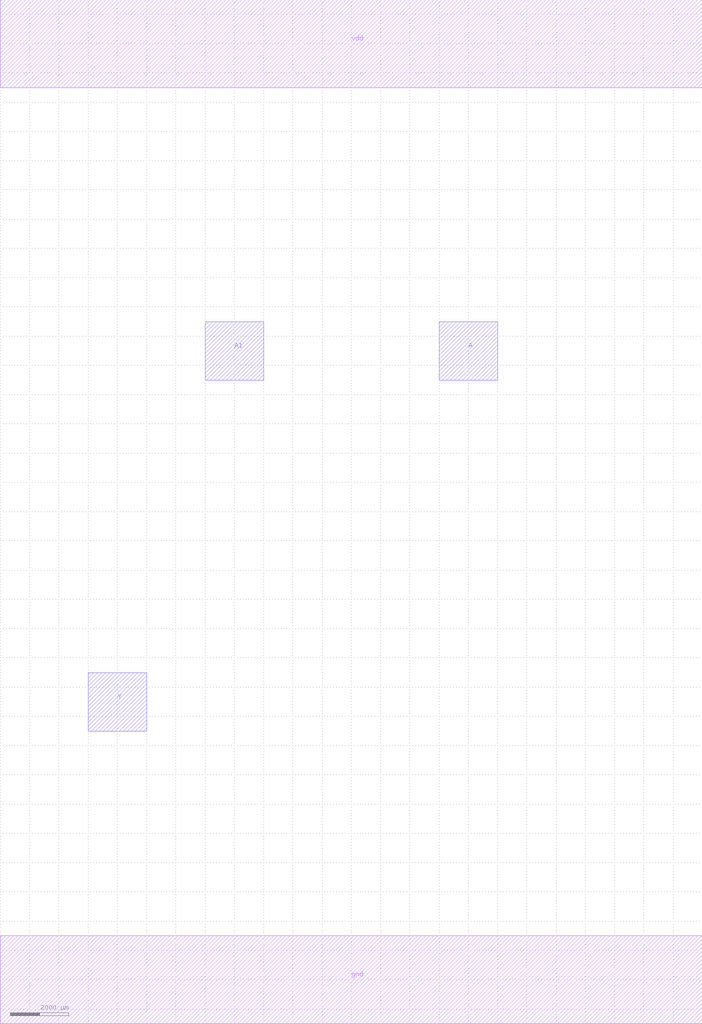
<source format=lef>
MACRO OAI21
 CLASS CORE ;
 ORIGIN 0 0 ;
 FOREIGN OAI21 0 0 ;
 SITE CORE ;
 SYMMETRY X Y R90 ;
  PIN vdd
   DIRECTION INOUT ;
   USE SIGNAL ;
   SHAPE ABUTMENT ;
    PORT
     CLASS CORE ;
       LAYER metal1 ;
        RECT 0.00000000 30500.00000000 24000.00000000 33500.00000000 ;
    END
  END vdd

  PIN gnd
   DIRECTION INOUT ;
   USE SIGNAL ;
   SHAPE ABUTMENT ;
    PORT
     CLASS CORE ;
       LAYER metal1 ;
        RECT 0.00000000 -1500.00000000 24000.00000000 1500.00000000 ;
    END
  END gnd

  PIN A1
   DIRECTION INOUT ;
   USE SIGNAL ;
   SHAPE ABUTMENT ;
    PORT
     CLASS CORE ;
       LAYER metal2 ;
        RECT 7000.00000000 20500.00000000 9000.00000000 22500.00000000 ;
    END
  END A1

  PIN A
   DIRECTION INOUT ;
   USE SIGNAL ;
   SHAPE ABUTMENT ;
    PORT
     CLASS CORE ;
       LAYER metal2 ;
        RECT 15000.00000000 20500.00000000 17000.00000000 22500.00000000 ;
    END
  END A

  PIN Y
   DIRECTION INOUT ;
   USE SIGNAL ;
   SHAPE ABUTMENT ;
    PORT
     CLASS CORE ;
       LAYER metal2 ;
        RECT 3000.00000000 8500.00000000 5000.00000000 10500.00000000 ;
    END
  END Y


END OAI21

</source>
